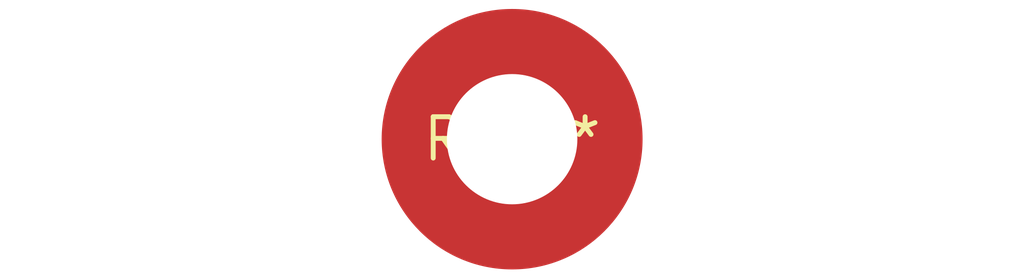
<source format=kicad_pcb>
(kicad_pcb (version 20240108) (generator pcbnew)
  (layers (0 "F.Cu" signal) (31 "B.Cu" signal) (34 "B.Paste" user) (35 "F.Paste" user) (36 "B.SilkS" user "B.Silkscreen") (37 "F.SilkS" user "F.Silkscreen") (38 "B.Mask" user) (39 "F.Mask" user) (44 "Edge.Cuts" user))
  (net 0 "")
  (footprint "MountingHole_4mm_Pad_TopOnly" (layer "F.Cu") (at 0 0)
    (property "Reference" "REF**")
    (property "Value" "MountingHole_4mm_Pad_TopOnly")
    (pad "1" thru_hole circle (at 0 0) (size 4.4 4.4) (drill 4) (layers *.Cu *.Mask) (remove_unused_layers))
    (pad "1" connect circle (at 0 0) (size 8 8) (layers "F.Cu" "F.Mask"))
  )
)
</source>
